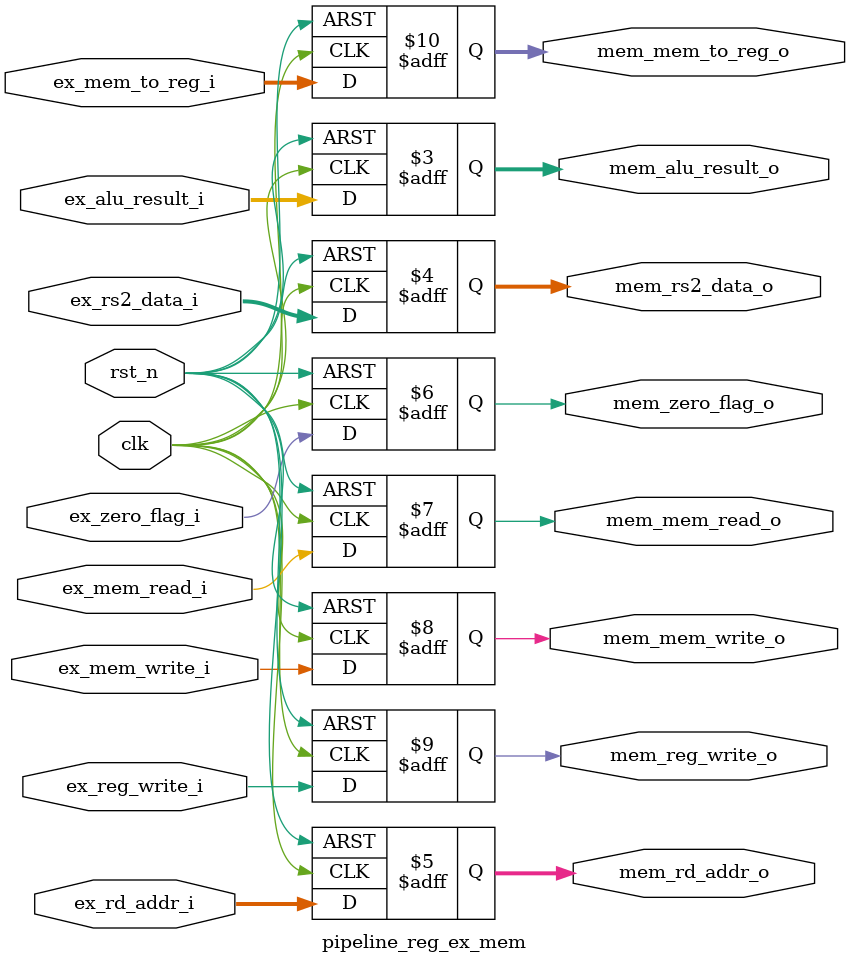
<source format=v>

`timescale 1ns / 1ps

module pipeline_reg_ex_mem (
    input  wire        clk,
    input  wire        rst_n,
    // input  wire        ex_mem_flush_en, // 來自危害單元（例如：在 MEM 階段檢測到分支預測錯誤）

    // 來自 EX 階段的輸入（資料路徑）
    input  wire [31:0] ex_alu_result_i,    // 來自 EX 階段的 ALU/乘法器結果
    input  wire [31:0] ex_rs2_data_i,      // rs2 資料（用於儲存指令）
    input  wire [4:0]  ex_rd_addr_i,       // 目標暫存器位址
    input  wire        ex_zero_flag_i,     // 來自 ALU 的零旗標

    // 來自 ID/EX 暫存器的輸入（通過 EX 階段的控制信號）
    // MEM 控制
    input  wire        ex_mem_read_i,
    input  wire        ex_mem_write_i,
    // WB 控制
    input  wire        ex_reg_write_i,
    input  wire [1:0]  ex_mem_to_reg_i,

    // 輸出到 MEM 階段（資料路徑）
    output reg [31:0] mem_alu_result_o,
    output reg [31:0] mem_rs2_data_o,    // 要寫入記憶體的資料
    output reg [4:0]  mem_rd_addr_o,
    output reg        mem_zero_flag_o,

    // 輸出到 MEM 階段（控制信號）
    // MEM 控制
    output reg        mem_mem_read_o,
    output reg        mem_mem_write_o,
    // WB 控制（傳遞到 MEM/WB 暫存器）
    output reg        mem_reg_write_o,
    output reg [1:0]  mem_mem_to_reg_o
);

    // 氣泡（NOP）的預設控制信號
    localparam NOP_MEM_READ   = 1'b0;
    localparam NOP_MEM_WRITE  = 1'b0;
    localparam NOP_REG_WRITE  = 1'b0;
    localparam [1:0] NOP_MEM_TO_REG = 2'b00;

    always @(posedge clk or negedge rst_n) begin
        if (!rst_n) begin
            // 重置為類似 NOP 的狀態
            mem_alu_result_o <= 32'b0;
            mem_rs2_data_o   <= 32'b0;
            mem_rd_addr_o    <= 5'b0;
            mem_zero_flag_o  <= 1'b0;

            mem_mem_read_o   <= NOP_MEM_READ;
            mem_mem_write_o  <= NOP_MEM_WRITE;
            mem_reg_write_o  <= NOP_REG_WRITE;
            mem_mem_to_reg_o <= NOP_MEM_TO_REG;
        end
        // else if (ex_mem_flush_en) begin // 如果因分支預測錯誤等原因需要清除
        //     // 插入 NOP（或等效的氣泡）
        //     mem_alu_result_o <= 32'b0; // 資料路徑對 NOP 不重要
        //     mem_rs2_data_o   <= 32'b0;
        //     mem_rd_addr_o    <= 5'b0; // NOP 的 rd = x0
        //     mem_zero_flag_o  <= 1'b0;

        //     mem_mem_read_o   <= NOP_MEM_READ;
        //     mem_mem_write_o  <= NOP_MEM_WRITE;
        //     mem_reg_write_o  <= NOP_REG_WRITE; // 關鍵：NOP 不寫入暫存器
        //     mem_mem_to_reg_o <= NOP_MEM_TO_REG;
        // end
        else begin // 正常運作：鎖存輸入
            mem_alu_result_o <= ex_alu_result_i;
            mem_rs2_data_o   <= ex_rs2_data_i;
            mem_rd_addr_o    <= ex_rd_addr_i;
            mem_zero_flag_o  <= ex_zero_flag_i;

            mem_mem_read_o   <= ex_mem_read_i;
            mem_mem_write_o  <= ex_mem_write_i;
            mem_reg_write_o  <= ex_reg_write_i;
            mem_mem_to_reg_o <= ex_mem_to_reg_i;
        end
    end

endmodule

</source>
